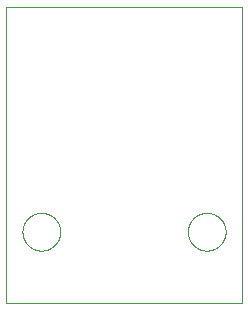
<source format=gbp>
G75*
%MOIN*%
%OFA0B0*%
%FSLAX25Y25*%
%IPPOS*%
%LPD*%
%AMOC8*
5,1,8,0,0,1.08239X$1,22.5*
%
%ADD10C,0.00000*%
D10*
X0001000Y0001000D02*
X0001000Y0099425D01*
X0079740Y0099425D01*
X0079740Y0001000D01*
X0001000Y0001000D01*
X0006512Y0024622D02*
X0006514Y0024780D01*
X0006520Y0024938D01*
X0006530Y0025096D01*
X0006544Y0025254D01*
X0006562Y0025411D01*
X0006583Y0025568D01*
X0006609Y0025724D01*
X0006639Y0025880D01*
X0006672Y0026035D01*
X0006710Y0026188D01*
X0006751Y0026341D01*
X0006796Y0026493D01*
X0006845Y0026644D01*
X0006898Y0026793D01*
X0006954Y0026941D01*
X0007014Y0027087D01*
X0007078Y0027232D01*
X0007146Y0027375D01*
X0007217Y0027517D01*
X0007291Y0027657D01*
X0007369Y0027794D01*
X0007451Y0027930D01*
X0007535Y0028064D01*
X0007624Y0028195D01*
X0007715Y0028324D01*
X0007810Y0028451D01*
X0007907Y0028576D01*
X0008008Y0028698D01*
X0008112Y0028817D01*
X0008219Y0028934D01*
X0008329Y0029048D01*
X0008442Y0029159D01*
X0008557Y0029268D01*
X0008675Y0029373D01*
X0008796Y0029475D01*
X0008919Y0029575D01*
X0009045Y0029671D01*
X0009173Y0029764D01*
X0009303Y0029854D01*
X0009436Y0029940D01*
X0009571Y0030024D01*
X0009707Y0030103D01*
X0009846Y0030180D01*
X0009987Y0030252D01*
X0010129Y0030322D01*
X0010273Y0030387D01*
X0010419Y0030449D01*
X0010566Y0030507D01*
X0010715Y0030562D01*
X0010865Y0030613D01*
X0011016Y0030660D01*
X0011168Y0030703D01*
X0011321Y0030742D01*
X0011476Y0030778D01*
X0011631Y0030809D01*
X0011787Y0030837D01*
X0011943Y0030861D01*
X0012100Y0030881D01*
X0012258Y0030897D01*
X0012415Y0030909D01*
X0012574Y0030917D01*
X0012732Y0030921D01*
X0012890Y0030921D01*
X0013048Y0030917D01*
X0013207Y0030909D01*
X0013364Y0030897D01*
X0013522Y0030881D01*
X0013679Y0030861D01*
X0013835Y0030837D01*
X0013991Y0030809D01*
X0014146Y0030778D01*
X0014301Y0030742D01*
X0014454Y0030703D01*
X0014606Y0030660D01*
X0014757Y0030613D01*
X0014907Y0030562D01*
X0015056Y0030507D01*
X0015203Y0030449D01*
X0015349Y0030387D01*
X0015493Y0030322D01*
X0015635Y0030252D01*
X0015776Y0030180D01*
X0015915Y0030103D01*
X0016051Y0030024D01*
X0016186Y0029940D01*
X0016319Y0029854D01*
X0016449Y0029764D01*
X0016577Y0029671D01*
X0016703Y0029575D01*
X0016826Y0029475D01*
X0016947Y0029373D01*
X0017065Y0029268D01*
X0017180Y0029159D01*
X0017293Y0029048D01*
X0017403Y0028934D01*
X0017510Y0028817D01*
X0017614Y0028698D01*
X0017715Y0028576D01*
X0017812Y0028451D01*
X0017907Y0028324D01*
X0017998Y0028195D01*
X0018087Y0028064D01*
X0018171Y0027930D01*
X0018253Y0027794D01*
X0018331Y0027657D01*
X0018405Y0027517D01*
X0018476Y0027375D01*
X0018544Y0027232D01*
X0018608Y0027087D01*
X0018668Y0026941D01*
X0018724Y0026793D01*
X0018777Y0026644D01*
X0018826Y0026493D01*
X0018871Y0026341D01*
X0018912Y0026188D01*
X0018950Y0026035D01*
X0018983Y0025880D01*
X0019013Y0025724D01*
X0019039Y0025568D01*
X0019060Y0025411D01*
X0019078Y0025254D01*
X0019092Y0025096D01*
X0019102Y0024938D01*
X0019108Y0024780D01*
X0019110Y0024622D01*
X0019108Y0024464D01*
X0019102Y0024306D01*
X0019092Y0024148D01*
X0019078Y0023990D01*
X0019060Y0023833D01*
X0019039Y0023676D01*
X0019013Y0023520D01*
X0018983Y0023364D01*
X0018950Y0023209D01*
X0018912Y0023056D01*
X0018871Y0022903D01*
X0018826Y0022751D01*
X0018777Y0022600D01*
X0018724Y0022451D01*
X0018668Y0022303D01*
X0018608Y0022157D01*
X0018544Y0022012D01*
X0018476Y0021869D01*
X0018405Y0021727D01*
X0018331Y0021587D01*
X0018253Y0021450D01*
X0018171Y0021314D01*
X0018087Y0021180D01*
X0017998Y0021049D01*
X0017907Y0020920D01*
X0017812Y0020793D01*
X0017715Y0020668D01*
X0017614Y0020546D01*
X0017510Y0020427D01*
X0017403Y0020310D01*
X0017293Y0020196D01*
X0017180Y0020085D01*
X0017065Y0019976D01*
X0016947Y0019871D01*
X0016826Y0019769D01*
X0016703Y0019669D01*
X0016577Y0019573D01*
X0016449Y0019480D01*
X0016319Y0019390D01*
X0016186Y0019304D01*
X0016051Y0019220D01*
X0015915Y0019141D01*
X0015776Y0019064D01*
X0015635Y0018992D01*
X0015493Y0018922D01*
X0015349Y0018857D01*
X0015203Y0018795D01*
X0015056Y0018737D01*
X0014907Y0018682D01*
X0014757Y0018631D01*
X0014606Y0018584D01*
X0014454Y0018541D01*
X0014301Y0018502D01*
X0014146Y0018466D01*
X0013991Y0018435D01*
X0013835Y0018407D01*
X0013679Y0018383D01*
X0013522Y0018363D01*
X0013364Y0018347D01*
X0013207Y0018335D01*
X0013048Y0018327D01*
X0012890Y0018323D01*
X0012732Y0018323D01*
X0012574Y0018327D01*
X0012415Y0018335D01*
X0012258Y0018347D01*
X0012100Y0018363D01*
X0011943Y0018383D01*
X0011787Y0018407D01*
X0011631Y0018435D01*
X0011476Y0018466D01*
X0011321Y0018502D01*
X0011168Y0018541D01*
X0011016Y0018584D01*
X0010865Y0018631D01*
X0010715Y0018682D01*
X0010566Y0018737D01*
X0010419Y0018795D01*
X0010273Y0018857D01*
X0010129Y0018922D01*
X0009987Y0018992D01*
X0009846Y0019064D01*
X0009707Y0019141D01*
X0009571Y0019220D01*
X0009436Y0019304D01*
X0009303Y0019390D01*
X0009173Y0019480D01*
X0009045Y0019573D01*
X0008919Y0019669D01*
X0008796Y0019769D01*
X0008675Y0019871D01*
X0008557Y0019976D01*
X0008442Y0020085D01*
X0008329Y0020196D01*
X0008219Y0020310D01*
X0008112Y0020427D01*
X0008008Y0020546D01*
X0007907Y0020668D01*
X0007810Y0020793D01*
X0007715Y0020920D01*
X0007624Y0021049D01*
X0007535Y0021180D01*
X0007451Y0021314D01*
X0007369Y0021450D01*
X0007291Y0021587D01*
X0007217Y0021727D01*
X0007146Y0021869D01*
X0007078Y0022012D01*
X0007014Y0022157D01*
X0006954Y0022303D01*
X0006898Y0022451D01*
X0006845Y0022600D01*
X0006796Y0022751D01*
X0006751Y0022903D01*
X0006710Y0023056D01*
X0006672Y0023209D01*
X0006639Y0023364D01*
X0006609Y0023520D01*
X0006583Y0023676D01*
X0006562Y0023833D01*
X0006544Y0023990D01*
X0006530Y0024148D01*
X0006520Y0024306D01*
X0006514Y0024464D01*
X0006512Y0024622D01*
X0061630Y0024622D02*
X0061632Y0024780D01*
X0061638Y0024938D01*
X0061648Y0025096D01*
X0061662Y0025254D01*
X0061680Y0025411D01*
X0061701Y0025568D01*
X0061727Y0025724D01*
X0061757Y0025880D01*
X0061790Y0026035D01*
X0061828Y0026188D01*
X0061869Y0026341D01*
X0061914Y0026493D01*
X0061963Y0026644D01*
X0062016Y0026793D01*
X0062072Y0026941D01*
X0062132Y0027087D01*
X0062196Y0027232D01*
X0062264Y0027375D01*
X0062335Y0027517D01*
X0062409Y0027657D01*
X0062487Y0027794D01*
X0062569Y0027930D01*
X0062653Y0028064D01*
X0062742Y0028195D01*
X0062833Y0028324D01*
X0062928Y0028451D01*
X0063025Y0028576D01*
X0063126Y0028698D01*
X0063230Y0028817D01*
X0063337Y0028934D01*
X0063447Y0029048D01*
X0063560Y0029159D01*
X0063675Y0029268D01*
X0063793Y0029373D01*
X0063914Y0029475D01*
X0064037Y0029575D01*
X0064163Y0029671D01*
X0064291Y0029764D01*
X0064421Y0029854D01*
X0064554Y0029940D01*
X0064689Y0030024D01*
X0064825Y0030103D01*
X0064964Y0030180D01*
X0065105Y0030252D01*
X0065247Y0030322D01*
X0065391Y0030387D01*
X0065537Y0030449D01*
X0065684Y0030507D01*
X0065833Y0030562D01*
X0065983Y0030613D01*
X0066134Y0030660D01*
X0066286Y0030703D01*
X0066439Y0030742D01*
X0066594Y0030778D01*
X0066749Y0030809D01*
X0066905Y0030837D01*
X0067061Y0030861D01*
X0067218Y0030881D01*
X0067376Y0030897D01*
X0067533Y0030909D01*
X0067692Y0030917D01*
X0067850Y0030921D01*
X0068008Y0030921D01*
X0068166Y0030917D01*
X0068325Y0030909D01*
X0068482Y0030897D01*
X0068640Y0030881D01*
X0068797Y0030861D01*
X0068953Y0030837D01*
X0069109Y0030809D01*
X0069264Y0030778D01*
X0069419Y0030742D01*
X0069572Y0030703D01*
X0069724Y0030660D01*
X0069875Y0030613D01*
X0070025Y0030562D01*
X0070174Y0030507D01*
X0070321Y0030449D01*
X0070467Y0030387D01*
X0070611Y0030322D01*
X0070753Y0030252D01*
X0070894Y0030180D01*
X0071033Y0030103D01*
X0071169Y0030024D01*
X0071304Y0029940D01*
X0071437Y0029854D01*
X0071567Y0029764D01*
X0071695Y0029671D01*
X0071821Y0029575D01*
X0071944Y0029475D01*
X0072065Y0029373D01*
X0072183Y0029268D01*
X0072298Y0029159D01*
X0072411Y0029048D01*
X0072521Y0028934D01*
X0072628Y0028817D01*
X0072732Y0028698D01*
X0072833Y0028576D01*
X0072930Y0028451D01*
X0073025Y0028324D01*
X0073116Y0028195D01*
X0073205Y0028064D01*
X0073289Y0027930D01*
X0073371Y0027794D01*
X0073449Y0027657D01*
X0073523Y0027517D01*
X0073594Y0027375D01*
X0073662Y0027232D01*
X0073726Y0027087D01*
X0073786Y0026941D01*
X0073842Y0026793D01*
X0073895Y0026644D01*
X0073944Y0026493D01*
X0073989Y0026341D01*
X0074030Y0026188D01*
X0074068Y0026035D01*
X0074101Y0025880D01*
X0074131Y0025724D01*
X0074157Y0025568D01*
X0074178Y0025411D01*
X0074196Y0025254D01*
X0074210Y0025096D01*
X0074220Y0024938D01*
X0074226Y0024780D01*
X0074228Y0024622D01*
X0074226Y0024464D01*
X0074220Y0024306D01*
X0074210Y0024148D01*
X0074196Y0023990D01*
X0074178Y0023833D01*
X0074157Y0023676D01*
X0074131Y0023520D01*
X0074101Y0023364D01*
X0074068Y0023209D01*
X0074030Y0023056D01*
X0073989Y0022903D01*
X0073944Y0022751D01*
X0073895Y0022600D01*
X0073842Y0022451D01*
X0073786Y0022303D01*
X0073726Y0022157D01*
X0073662Y0022012D01*
X0073594Y0021869D01*
X0073523Y0021727D01*
X0073449Y0021587D01*
X0073371Y0021450D01*
X0073289Y0021314D01*
X0073205Y0021180D01*
X0073116Y0021049D01*
X0073025Y0020920D01*
X0072930Y0020793D01*
X0072833Y0020668D01*
X0072732Y0020546D01*
X0072628Y0020427D01*
X0072521Y0020310D01*
X0072411Y0020196D01*
X0072298Y0020085D01*
X0072183Y0019976D01*
X0072065Y0019871D01*
X0071944Y0019769D01*
X0071821Y0019669D01*
X0071695Y0019573D01*
X0071567Y0019480D01*
X0071437Y0019390D01*
X0071304Y0019304D01*
X0071169Y0019220D01*
X0071033Y0019141D01*
X0070894Y0019064D01*
X0070753Y0018992D01*
X0070611Y0018922D01*
X0070467Y0018857D01*
X0070321Y0018795D01*
X0070174Y0018737D01*
X0070025Y0018682D01*
X0069875Y0018631D01*
X0069724Y0018584D01*
X0069572Y0018541D01*
X0069419Y0018502D01*
X0069264Y0018466D01*
X0069109Y0018435D01*
X0068953Y0018407D01*
X0068797Y0018383D01*
X0068640Y0018363D01*
X0068482Y0018347D01*
X0068325Y0018335D01*
X0068166Y0018327D01*
X0068008Y0018323D01*
X0067850Y0018323D01*
X0067692Y0018327D01*
X0067533Y0018335D01*
X0067376Y0018347D01*
X0067218Y0018363D01*
X0067061Y0018383D01*
X0066905Y0018407D01*
X0066749Y0018435D01*
X0066594Y0018466D01*
X0066439Y0018502D01*
X0066286Y0018541D01*
X0066134Y0018584D01*
X0065983Y0018631D01*
X0065833Y0018682D01*
X0065684Y0018737D01*
X0065537Y0018795D01*
X0065391Y0018857D01*
X0065247Y0018922D01*
X0065105Y0018992D01*
X0064964Y0019064D01*
X0064825Y0019141D01*
X0064689Y0019220D01*
X0064554Y0019304D01*
X0064421Y0019390D01*
X0064291Y0019480D01*
X0064163Y0019573D01*
X0064037Y0019669D01*
X0063914Y0019769D01*
X0063793Y0019871D01*
X0063675Y0019976D01*
X0063560Y0020085D01*
X0063447Y0020196D01*
X0063337Y0020310D01*
X0063230Y0020427D01*
X0063126Y0020546D01*
X0063025Y0020668D01*
X0062928Y0020793D01*
X0062833Y0020920D01*
X0062742Y0021049D01*
X0062653Y0021180D01*
X0062569Y0021314D01*
X0062487Y0021450D01*
X0062409Y0021587D01*
X0062335Y0021727D01*
X0062264Y0021869D01*
X0062196Y0022012D01*
X0062132Y0022157D01*
X0062072Y0022303D01*
X0062016Y0022451D01*
X0061963Y0022600D01*
X0061914Y0022751D01*
X0061869Y0022903D01*
X0061828Y0023056D01*
X0061790Y0023209D01*
X0061757Y0023364D01*
X0061727Y0023520D01*
X0061701Y0023676D01*
X0061680Y0023833D01*
X0061662Y0023990D01*
X0061648Y0024148D01*
X0061638Y0024306D01*
X0061632Y0024464D01*
X0061630Y0024622D01*
M02*

</source>
